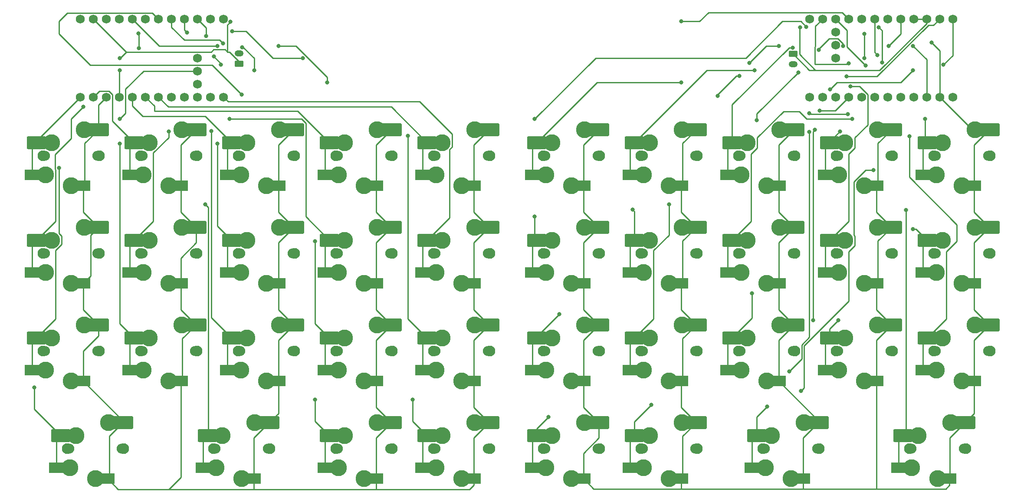
<source format=gbr>
%TF.GenerationSoftware,KiCad,Pcbnew,7.0.6*%
%TF.CreationDate,2023-11-09T09:41:23-05:00*%
%TF.ProjectId,split38,73706c69-7433-4382-9e6b-696361645f70,rev?*%
%TF.SameCoordinates,Original*%
%TF.FileFunction,Copper,L2,Bot*%
%TF.FilePolarity,Positive*%
%FSLAX46Y46*%
G04 Gerber Fmt 4.6, Leading zero omitted, Abs format (unit mm)*
G04 Created by KiCad (PCBNEW 7.0.6) date 2023-11-09 09:41:23*
%MOMM*%
%LPD*%
G01*
G04 APERTURE LIST*
G04 Aperture macros list*
%AMRoundRect*
0 Rectangle with rounded corners*
0 $1 Rounding radius*
0 $2 $3 $4 $5 $6 $7 $8 $9 X,Y pos of 4 corners*
0 Add a 4 corners polygon primitive as box body*
4,1,4,$2,$3,$4,$5,$6,$7,$8,$9,$2,$3,0*
0 Add four circle primitives for the rounded corners*
1,1,$1+$1,$2,$3*
1,1,$1+$1,$4,$5*
1,1,$1+$1,$6,$7*
1,1,$1+$1,$8,$9*
0 Add four rect primitives between the rounded corners*
20,1,$1+$1,$2,$3,$4,$5,0*
20,1,$1+$1,$4,$5,$6,$7,0*
20,1,$1+$1,$6,$7,$8,$9,0*
20,1,$1+$1,$8,$9,$2,$3,0*%
G04 Aperture macros list end*
%TA.AperFunction,ComponentPad*%
%ADD10RoundRect,0.250000X0.625000X-0.350000X0.625000X0.350000X-0.625000X0.350000X-0.625000X-0.350000X0*%
%TD*%
%TA.AperFunction,ComponentPad*%
%ADD11O,1.750000X1.200000*%
%TD*%
%TA.AperFunction,ComponentPad*%
%ADD12C,1.752600*%
%TD*%
%TA.AperFunction,ComponentPad*%
%ADD13RoundRect,0.250000X-0.625000X0.350000X-0.625000X-0.350000X0.625000X-0.350000X0.625000X0.350000X0*%
%TD*%
%TA.AperFunction,WasherPad*%
%ADD14C,2.100000*%
%TD*%
%TA.AperFunction,WasherPad*%
%ADD15C,1.900000*%
%TD*%
%TA.AperFunction,ComponentPad*%
%ADD16C,3.000000*%
%TD*%
%TA.AperFunction,ComponentPad*%
%ADD17C,3.300000*%
%TD*%
%TA.AperFunction,SMDPad,CuDef*%
%ADD18RoundRect,0.250000X1.654500X1.000000X-1.654500X1.000000X-1.654500X-1.000000X1.654500X-1.000000X0*%
%TD*%
%TA.AperFunction,SMDPad,CuDef*%
%ADD19R,3.004000X2.000000*%
%TD*%
%TA.AperFunction,SMDPad,CuDef*%
%ADD20RoundRect,0.250000X1.784500X1.000000X-1.784500X1.000000X-1.784500X-1.000000X1.784500X-1.000000X0*%
%TD*%
%TA.AperFunction,SMDPad,CuDef*%
%ADD21R,2.684000X2.000000*%
%TD*%
%TA.AperFunction,ViaPad*%
%ADD22C,0.800000*%
%TD*%
%TA.AperFunction,Conductor*%
%ADD23C,0.250000*%
%TD*%
G04 APERTURE END LIST*
D10*
%TO.P,J1,1,Pin_1*%
%TO.N,GND*%
X66144889Y-39199187D03*
D11*
%TO.P,J1,2,Pin_2*%
%TO.N,Net-(J1-Pin_2)*%
X66144889Y-37199187D03*
%TD*%
D12*
%TO.P,U1,1,TX0/P0.06*%
%TO.N,/U1.P0.06*%
X35163100Y-45720000D03*
%TO.P,U1,2,RX1/P0.08*%
%TO.N,/U1.P0.08*%
X37703100Y-45720000D03*
%TO.P,U1,3,GND*%
%TO.N,GND*%
X40243100Y-45720000D03*
%TO.P,U1,4,GND*%
X42783100Y-45720000D03*
%TO.P,U1,5,P0.17*%
%TO.N,/U1.P0.17*%
X45323100Y-45720000D03*
%TO.P,U1,6,P0.20*%
%TO.N,/U1.P0.20*%
X47863100Y-45720000D03*
%TO.P,U1,7,P0.22*%
%TO.N,/U1.P0.22*%
X50403100Y-45720000D03*
%TO.P,U1,8,P0.24*%
%TO.N,/U1.P0.24*%
X52943100Y-45720000D03*
%TO.P,U1,9,P1.00*%
%TO.N,/U1.P1.00*%
X55483100Y-45720000D03*
%TO.P,U1,10,P0.11*%
%TO.N,/U1.P0.11*%
X58023100Y-45720000D03*
%TO.P,U1,11,P1.04*%
%TO.N,/U1.P1.04*%
X60563100Y-45720000D03*
%TO.P,U1,12,P1.06*%
%TO.N,/U1.P1.06*%
X63103100Y-45720000D03*
%TO.P,U1,13,NFC1/P0.09*%
%TO.N,/U1.P0.09*%
X63103100Y-30480000D03*
%TO.P,U1,14,NFC2/P0.10*%
%TO.N,/U1.P0.10*%
X60563100Y-30480000D03*
%TO.P,U1,15,P1.11*%
%TO.N,/U1.P1.11*%
X58023100Y-30480000D03*
%TO.P,U1,16,P1.13*%
%TO.N,/U1.P1.13*%
X55483100Y-30480000D03*
%TO.P,U1,17,P1.15*%
%TO.N,/U1.P1.15*%
X52943100Y-30480000D03*
%TO.P,U1,18,AIN0/P0.02*%
%TO.N,/U1.P0.02*%
X50403100Y-30480000D03*
%TO.P,U1,19,AIN5/P0.29*%
%TO.N,/U1.P0.29*%
X47863100Y-30480000D03*
%TO.P,U1,20,AIN7/P0.31*%
%TO.N,/U1.P0.31*%
X45323100Y-30480000D03*
%TO.P,U1,21,VCC*%
%TO.N,unconnected-(U1-VCC-Pad21)*%
X42783100Y-30480000D03*
%TO.P,U1,22,RST*%
%TO.N,/RST1*%
X40243100Y-30480000D03*
%TO.P,U1,23,GND*%
%TO.N,GND*%
X37703100Y-30480000D03*
%TO.P,U1,24,BATIN/P0.04*%
%TO.N,/BATIN1*%
X35163100Y-30480000D03*
%TO.P,U1,31,P1.01*%
%TO.N,/U1.P1.01*%
X58023100Y-43180000D03*
%TO.P,U1,32,P1.02*%
%TO.N,/U1.P1.02*%
X58023100Y-40640000D03*
%TO.P,U1,33,P1.07*%
%TO.N,/U1.P1.07*%
X58023100Y-38100000D03*
%TD*%
D13*
%TO.P,J2,1,Pin_1*%
%TO.N,GND*%
X174224415Y-37286478D03*
D11*
%TO.P,J2,2,Pin_2*%
%TO.N,Net-(J2-Pin_2)*%
X174224415Y-39286478D03*
%TD*%
D12*
%TO.P,U2,1,TX0/P0.06*%
%TO.N,/U2.P0.06*%
X205373001Y-30463274D03*
%TO.P,U2,2,RX1/P0.08*%
%TO.N,/U2.P0.08*%
X202833001Y-30463274D03*
%TO.P,U2,3,GND*%
%TO.N,GND*%
X200293001Y-30463274D03*
%TO.P,U2,4,GND*%
X197753001Y-30463274D03*
%TO.P,U2,5,P0.17*%
%TO.N,/U2.P0.17*%
X195213001Y-30463274D03*
%TO.P,U2,6,P0.20*%
%TO.N,/U2.P0.20*%
X192673001Y-30463274D03*
%TO.P,U2,7,P0.22*%
%TO.N,/U2.P0.22*%
X190133001Y-30463274D03*
%TO.P,U2,8,P0.24*%
%TO.N,/U2.P0.24*%
X187593001Y-30463274D03*
%TO.P,U2,9,P1.00*%
%TO.N,/U2.P1.00*%
X185053001Y-30463274D03*
%TO.P,U2,10,P0.11*%
%TO.N,/U2.P0.11*%
X182513001Y-30463274D03*
%TO.P,U2,11,P1.04*%
%TO.N,/U2.P1.04*%
X179973001Y-30463274D03*
%TO.P,U2,12,P1.06*%
%TO.N,/U2.P1.06*%
X177433001Y-30463274D03*
%TO.P,U2,13,NFC1/P0.09*%
%TO.N,/U2.P0.09*%
X177433001Y-45703274D03*
%TO.P,U2,14,NFC2/P0.10*%
%TO.N,/U2.P0.10*%
X179973001Y-45703274D03*
%TO.P,U2,15,P1.11*%
%TO.N,/U2.P1.11*%
X182513001Y-45703274D03*
%TO.P,U2,16,P1.13*%
%TO.N,/U2.P1.13*%
X185053001Y-45703274D03*
%TO.P,U2,17,P1.15*%
%TO.N,/U2.P1.15*%
X187593001Y-45703274D03*
%TO.P,U2,18,AIN0/P0.02*%
%TO.N,/U2.P0.02*%
X190133001Y-45703274D03*
%TO.P,U2,19,AIN5/P0.29*%
%TO.N,/U2.P0.29*%
X192673001Y-45703274D03*
%TO.P,U2,20,AIN7/P0.31*%
%TO.N,/U2.P0.31*%
X195213001Y-45703274D03*
%TO.P,U2,21,VCC*%
%TO.N,unconnected-(U2-VCC-Pad21)*%
X197753001Y-45703274D03*
%TO.P,U2,22,RST*%
%TO.N,/RST2*%
X200293001Y-45703274D03*
%TO.P,U2,23,GND*%
%TO.N,GND*%
X202833001Y-45703274D03*
%TO.P,U2,24,BATIN/P0.04*%
%TO.N,/BATIN2*%
X205373001Y-45703274D03*
%TO.P,U2,31,P1.01*%
%TO.N,/U2.P1.01*%
X182513001Y-33003274D03*
%TO.P,U2,32,P1.02*%
%TO.N,/U2.P1.02*%
X182513001Y-35543274D03*
%TO.P,U2,33,P1.07*%
%TO.N,/U2.P1.07*%
X182513001Y-38083274D03*
%TD*%
D14*
%TO.P,MX14,*%
%TO.N,*%
X95987500Y-95250000D03*
X95987500Y-95250000D03*
D15*
X95567500Y-95250000D03*
X95567500Y-95250000D03*
D16*
X90487500Y-101150000D03*
D17*
X90487500Y-101150000D03*
D16*
X85487500Y-98950000D03*
D17*
X85487500Y-98950000D03*
D15*
X85407500Y-95250000D03*
X85407500Y-95250000D03*
D14*
X84987500Y-95250000D03*
X84987500Y-95250000D03*
D17*
%TO.P,MX14,1,1*%
%TO.N,/U1.P0.31*%
X86677500Y-92710000D03*
D18*
X83757000Y-92710000D03*
D19*
X82889500Y-98950000D03*
D20*
%TO.P,MX14,2,2*%
%TO.N,GND*%
X95824000Y-90170000D03*
D17*
X93027500Y-90170000D03*
D21*
X92845500Y-101150000D03*
%TD*%
D14*
%TO.P,MX30,*%
%TO.N,*%
X212668800Y-76200000D03*
X212668800Y-76200000D03*
D15*
X212248800Y-76200000D03*
X212248800Y-76200000D03*
D16*
X207168800Y-82100000D03*
D17*
X207168800Y-82100000D03*
D16*
X202168800Y-79900000D03*
D17*
X202168800Y-79900000D03*
D15*
X202088800Y-76200000D03*
X202088800Y-76200000D03*
D14*
X201668800Y-76200000D03*
X201668800Y-76200000D03*
D17*
%TO.P,MX30,1,1*%
%TO.N,/U2.P1.06*%
X203358800Y-73660000D03*
D18*
X200438300Y-73660000D03*
D19*
X199570800Y-79900000D03*
D20*
%TO.P,MX30,2,2*%
%TO.N,GND*%
X212505300Y-71120000D03*
D17*
X209708800Y-71120000D03*
D21*
X209526800Y-82100000D03*
%TD*%
D14*
%TO.P,MX13,*%
%TO.N,*%
X76937500Y-95250000D03*
X76937500Y-95250000D03*
D15*
X76517500Y-95250000D03*
X76517500Y-95250000D03*
D16*
X71437500Y-101150000D03*
D17*
X71437500Y-101150000D03*
D16*
X66437500Y-98950000D03*
D17*
X66437500Y-98950000D03*
D15*
X66357500Y-95250000D03*
X66357500Y-95250000D03*
D14*
X65937500Y-95250000D03*
X65937500Y-95250000D03*
D17*
%TO.P,MX13,1,1*%
%TO.N,/U1.P1.07*%
X67627500Y-92710000D03*
D18*
X64707000Y-92710000D03*
D19*
X63839500Y-98950000D03*
D20*
%TO.P,MX13,2,2*%
%TO.N,GND*%
X76774000Y-90170000D03*
D17*
X73977500Y-90170000D03*
D21*
X73795500Y-101150000D03*
%TD*%
D14*
%TO.P,MX1,*%
%TO.N,*%
X38837500Y-57150000D03*
X38837500Y-57150000D03*
D15*
X38417500Y-57150000D03*
X38417500Y-57150000D03*
D16*
X33337500Y-63050000D03*
D17*
X33337500Y-63050000D03*
D16*
X28337500Y-60850000D03*
D17*
X28337500Y-60850000D03*
D15*
X28257500Y-57150000D03*
X28257500Y-57150000D03*
D14*
X27837500Y-57150000D03*
X27837500Y-57150000D03*
D17*
%TO.P,MX1,1,1*%
%TO.N,/U1.P0.06*%
X29527500Y-54610000D03*
D18*
X26607000Y-54610000D03*
D19*
X25739500Y-60850000D03*
D20*
%TO.P,MX1,2,2*%
%TO.N,GND*%
X38674000Y-52070000D03*
D17*
X35877500Y-52070000D03*
D21*
X35695500Y-63050000D03*
%TD*%
D14*
%TO.P,MX12,*%
%TO.N,*%
X57887500Y-95250000D03*
X57887500Y-95250000D03*
D15*
X57467500Y-95250000D03*
X57467500Y-95250000D03*
D16*
X52387500Y-101150000D03*
D17*
X52387500Y-101150000D03*
D16*
X47387500Y-98950000D03*
D17*
X47387500Y-98950000D03*
D15*
X47307500Y-95250000D03*
X47307500Y-95250000D03*
D14*
X46887500Y-95250000D03*
X46887500Y-95250000D03*
D17*
%TO.P,MX12,1,1*%
%TO.N,/U1.P1.02*%
X48577500Y-92710000D03*
D18*
X45657000Y-92710000D03*
D19*
X44789500Y-98950000D03*
D20*
%TO.P,MX12,2,2*%
%TO.N,GND*%
X57724000Y-90170000D03*
D17*
X54927500Y-90170000D03*
D21*
X54745500Y-101150000D03*
%TD*%
D14*
%TO.P,MX21,*%
%TO.N,*%
X136468800Y-57150000D03*
X136468800Y-57150000D03*
D15*
X136048800Y-57150000D03*
X136048800Y-57150000D03*
D16*
X130968800Y-63050000D03*
D17*
X130968800Y-63050000D03*
D16*
X125968800Y-60850000D03*
D17*
X125968800Y-60850000D03*
D15*
X125888800Y-57150000D03*
X125888800Y-57150000D03*
D14*
X125468800Y-57150000D03*
X125468800Y-57150000D03*
D17*
%TO.P,MX21,1,1*%
%TO.N,/U2.P0.06*%
X127158800Y-54610000D03*
D18*
X124238300Y-54610000D03*
D19*
X123370800Y-60850000D03*
D20*
%TO.P,MX21,2,2*%
%TO.N,GND*%
X136305300Y-52070000D03*
D17*
X133508800Y-52070000D03*
D21*
X133326800Y-63050000D03*
%TD*%
D14*
%TO.P,MX7,*%
%TO.N,*%
X57887500Y-76200000D03*
X57887500Y-76200000D03*
D15*
X57467500Y-76200000D03*
X57467500Y-76200000D03*
D16*
X52387500Y-82100000D03*
D17*
X52387500Y-82100000D03*
D16*
X47387500Y-79900000D03*
D17*
X47387500Y-79900000D03*
D15*
X47307500Y-76200000D03*
X47307500Y-76200000D03*
D14*
X46887500Y-76200000D03*
X46887500Y-76200000D03*
D17*
%TO.P,MX7,1,1*%
%TO.N,/U1.P1.00*%
X48577500Y-73660000D03*
D18*
X45657000Y-73660000D03*
D19*
X44789500Y-79900000D03*
D20*
%TO.P,MX7,2,2*%
%TO.N,GND*%
X57724000Y-71120000D03*
D17*
X54927500Y-71120000D03*
D21*
X54745500Y-82100000D03*
%TD*%
D14*
%TO.P,MX16,*%
%TO.N,*%
X95987500Y-114300000D03*
X95987500Y-114300000D03*
D15*
X95567500Y-114300000D03*
X95567500Y-114300000D03*
D16*
X90487500Y-120200000D03*
D17*
X90487500Y-120200000D03*
D16*
X85487500Y-118000000D03*
D17*
X85487500Y-118000000D03*
D15*
X85407500Y-114300000D03*
X85407500Y-114300000D03*
D14*
X84987500Y-114300000D03*
X84987500Y-114300000D03*
D17*
%TO.P,MX16,1,1*%
%TO.N,/U1.P0.02*%
X86677500Y-111760000D03*
D18*
X83757000Y-111760000D03*
D19*
X82889500Y-118000000D03*
D20*
%TO.P,MX16,2,2*%
%TO.N,GND*%
X95824000Y-109220000D03*
D17*
X93027500Y-109220000D03*
D21*
X92845500Y-120200000D03*
%TD*%
D14*
%TO.P,MX38,*%
%TO.N,*%
X179331300Y-114300000D03*
X179331300Y-114300000D03*
D15*
X178911300Y-114300000D03*
X178911300Y-114300000D03*
D16*
X173831300Y-120200000D03*
D17*
X173831300Y-120200000D03*
D16*
X168831300Y-118000000D03*
D17*
X168831300Y-118000000D03*
D15*
X168751300Y-114300000D03*
X168751300Y-114300000D03*
D14*
X168331300Y-114300000D03*
X168331300Y-114300000D03*
D17*
%TO.P,MX38,1,1*%
%TO.N,/U2.P1.13*%
X170021300Y-111760000D03*
D18*
X167100800Y-111760000D03*
D19*
X166233300Y-118000000D03*
D20*
%TO.P,MX38,2,2*%
%TO.N,GND*%
X179167800Y-109220000D03*
D17*
X176371300Y-109220000D03*
D21*
X176189300Y-120200000D03*
%TD*%
D14*
%TO.P,MX22,*%
%TO.N,*%
X155518800Y-57150000D03*
X155518800Y-57150000D03*
D15*
X155098800Y-57150000D03*
X155098800Y-57150000D03*
D16*
X150018800Y-63050000D03*
D17*
X150018800Y-63050000D03*
D16*
X145018800Y-60850000D03*
D17*
X145018800Y-60850000D03*
D15*
X144938800Y-57150000D03*
X144938800Y-57150000D03*
D14*
X144518800Y-57150000D03*
X144518800Y-57150000D03*
D17*
%TO.P,MX22,1,1*%
%TO.N,/U2.P0.08*%
X146208800Y-54610000D03*
D18*
X143288300Y-54610000D03*
D19*
X142420800Y-60850000D03*
D20*
%TO.P,MX22,2,2*%
%TO.N,GND*%
X155355300Y-52070000D03*
D17*
X152558800Y-52070000D03*
D21*
X152376800Y-63050000D03*
%TD*%
D14*
%TO.P,MX19,*%
%TO.N,*%
X72175000Y-114300000D03*
X72175000Y-114300000D03*
D15*
X71755000Y-114300000D03*
X71755000Y-114300000D03*
D16*
X66675000Y-120200000D03*
D17*
X66675000Y-120200000D03*
D16*
X61675000Y-118000000D03*
D17*
X61675000Y-118000000D03*
D15*
X61595000Y-114300000D03*
X61595000Y-114300000D03*
D14*
X61175000Y-114300000D03*
X61175000Y-114300000D03*
D17*
%TO.P,MX19,1,1*%
%TO.N,/U1.P1.11*%
X62865000Y-111760000D03*
D18*
X59944500Y-111760000D03*
D19*
X59077000Y-118000000D03*
D20*
%TO.P,MX19,2,2*%
%TO.N,GND*%
X72011500Y-109220000D03*
D17*
X69215000Y-109220000D03*
D21*
X69033000Y-120200000D03*
%TD*%
D14*
%TO.P,MX28,*%
%TO.N,*%
X174568800Y-76200000D03*
X174568800Y-76200000D03*
D15*
X174148800Y-76200000D03*
X174148800Y-76200000D03*
D16*
X169068800Y-82100000D03*
D17*
X169068800Y-82100000D03*
D16*
X164068800Y-79900000D03*
D17*
X164068800Y-79900000D03*
D15*
X163988800Y-76200000D03*
X163988800Y-76200000D03*
D14*
X163568800Y-76200000D03*
X163568800Y-76200000D03*
D17*
%TO.P,MX28,1,1*%
%TO.N,/U2.P0.11*%
X165258800Y-73660000D03*
D18*
X162338300Y-73660000D03*
D19*
X161470800Y-79900000D03*
D20*
%TO.P,MX28,2,2*%
%TO.N,GND*%
X174405300Y-71120000D03*
D17*
X171608800Y-71120000D03*
D21*
X171426800Y-82100000D03*
%TD*%
D14*
%TO.P,MX33,*%
%TO.N,*%
X174568800Y-95250000D03*
X174568800Y-95250000D03*
D15*
X174148800Y-95250000D03*
X174148800Y-95250000D03*
D16*
X169068800Y-101150000D03*
D17*
X169068800Y-101150000D03*
D16*
X164068800Y-98950000D03*
D17*
X164068800Y-98950000D03*
D15*
X163988800Y-95250000D03*
X163988800Y-95250000D03*
D14*
X163568800Y-95250000D03*
X163568800Y-95250000D03*
D17*
%TO.P,MX33,1,1*%
%TO.N,/U2.P1.07*%
X165258800Y-92710000D03*
D18*
X162338300Y-92710000D03*
D19*
X161470800Y-98950000D03*
D20*
%TO.P,MX33,2,2*%
%TO.N,GND*%
X174405300Y-90170000D03*
D17*
X171608800Y-90170000D03*
D21*
X171426800Y-101150000D03*
%TD*%
D14*
%TO.P,MX9,*%
%TO.N,*%
X95987500Y-76200000D03*
X95987500Y-76200000D03*
D15*
X95567500Y-76200000D03*
X95567500Y-76200000D03*
D16*
X90487500Y-82100000D03*
D17*
X90487500Y-82100000D03*
D16*
X85487500Y-79900000D03*
D17*
X85487500Y-79900000D03*
D15*
X85407500Y-76200000D03*
X85407500Y-76200000D03*
D14*
X84987500Y-76200000D03*
X84987500Y-76200000D03*
D17*
%TO.P,MX9,1,1*%
%TO.N,/U1.P1.04*%
X86677500Y-73660000D03*
D18*
X83757000Y-73660000D03*
D19*
X82889500Y-79900000D03*
D20*
%TO.P,MX9,2,2*%
%TO.N,GND*%
X95824000Y-71120000D03*
D17*
X93027500Y-71120000D03*
D21*
X92845500Y-82100000D03*
%TD*%
D14*
%TO.P,MX17,*%
%TO.N,*%
X115037500Y-114300000D03*
X115037500Y-114300000D03*
D15*
X114617500Y-114300000D03*
X114617500Y-114300000D03*
D16*
X109537500Y-120200000D03*
D17*
X109537500Y-120200000D03*
D16*
X104537500Y-118000000D03*
D17*
X104537500Y-118000000D03*
D15*
X104457500Y-114300000D03*
X104457500Y-114300000D03*
D14*
X104037500Y-114300000D03*
X104037500Y-114300000D03*
D17*
%TO.P,MX17,1,1*%
%TO.N,/U1.P1.15*%
X105727500Y-111760000D03*
D18*
X102807000Y-111760000D03*
D19*
X101939500Y-118000000D03*
D20*
%TO.P,MX17,2,2*%
%TO.N,GND*%
X114874000Y-109220000D03*
D17*
X112077500Y-109220000D03*
D21*
X111895500Y-120200000D03*
%TD*%
D14*
%TO.P,MX27,*%
%TO.N,*%
X155518800Y-76200000D03*
X155518800Y-76200000D03*
D15*
X155098800Y-76200000D03*
X155098800Y-76200000D03*
D16*
X150018800Y-82100000D03*
D17*
X150018800Y-82100000D03*
D16*
X145018800Y-79900000D03*
D17*
X145018800Y-79900000D03*
D15*
X144938800Y-76200000D03*
X144938800Y-76200000D03*
D14*
X144518800Y-76200000D03*
X144518800Y-76200000D03*
D17*
%TO.P,MX27,1,1*%
%TO.N,/U2.P1.00*%
X146208800Y-73660000D03*
D18*
X143288300Y-73660000D03*
D19*
X142420800Y-79900000D03*
D20*
%TO.P,MX27,2,2*%
%TO.N,GND*%
X155355300Y-71120000D03*
D17*
X152558800Y-71120000D03*
D21*
X152376800Y-82100000D03*
%TD*%
D14*
%TO.P,MX3,*%
%TO.N,*%
X76937500Y-57150000D03*
X76937500Y-57150000D03*
D15*
X76517500Y-57150000D03*
X76517500Y-57150000D03*
D16*
X71437500Y-63050000D03*
D17*
X71437500Y-63050000D03*
D16*
X66437500Y-60850000D03*
D17*
X66437500Y-60850000D03*
D15*
X66357500Y-57150000D03*
X66357500Y-57150000D03*
D14*
X65937500Y-57150000D03*
X65937500Y-57150000D03*
D17*
%TO.P,MX3,1,1*%
%TO.N,/U1.P0.17*%
X67627500Y-54610000D03*
D18*
X64707000Y-54610000D03*
D19*
X63839500Y-60850000D03*
D20*
%TO.P,MX3,2,2*%
%TO.N,GND*%
X76774000Y-52070000D03*
D17*
X73977500Y-52070000D03*
D21*
X73795500Y-63050000D03*
%TD*%
D14*
%TO.P,MX26,*%
%TO.N,*%
X136468800Y-76200000D03*
X136468800Y-76200000D03*
D15*
X136048800Y-76200000D03*
X136048800Y-76200000D03*
D16*
X130968800Y-82100000D03*
D17*
X130968800Y-82100000D03*
D16*
X125968800Y-79900000D03*
D17*
X125968800Y-79900000D03*
D15*
X125888800Y-76200000D03*
X125888800Y-76200000D03*
D14*
X125468800Y-76200000D03*
X125468800Y-76200000D03*
D17*
%TO.P,MX26,1,1*%
%TO.N,/U2.P0.24*%
X127158800Y-73660000D03*
D18*
X124238300Y-73660000D03*
D19*
X123370800Y-79900000D03*
D20*
%TO.P,MX26,2,2*%
%TO.N,GND*%
X136305300Y-71120000D03*
D17*
X133508800Y-71120000D03*
D21*
X133326800Y-82100000D03*
%TD*%
D14*
%TO.P,MX36,*%
%TO.N,*%
X136468800Y-114300000D03*
X136468800Y-114300000D03*
D15*
X136048800Y-114300000D03*
X136048800Y-114300000D03*
D16*
X130968800Y-120200000D03*
D17*
X130968800Y-120200000D03*
D16*
X125968800Y-118000000D03*
D17*
X125968800Y-118000000D03*
D15*
X125888800Y-114300000D03*
X125888800Y-114300000D03*
D14*
X125468800Y-114300000D03*
X125468800Y-114300000D03*
D17*
%TO.P,MX36,1,1*%
%TO.N,/U2.P0.02*%
X127158800Y-111760000D03*
D18*
X124238300Y-111760000D03*
D19*
X123370800Y-118000000D03*
D20*
%TO.P,MX36,2,2*%
%TO.N,GND*%
X136305300Y-109220000D03*
D17*
X133508800Y-109220000D03*
D21*
X133326800Y-120200000D03*
%TD*%
D14*
%TO.P,MX34,*%
%TO.N,*%
X193618800Y-95250000D03*
X193618800Y-95250000D03*
D15*
X193198800Y-95250000D03*
X193198800Y-95250000D03*
D16*
X188118800Y-101150000D03*
D17*
X188118800Y-101150000D03*
D16*
X183118800Y-98950000D03*
D17*
X183118800Y-98950000D03*
D15*
X183038800Y-95250000D03*
X183038800Y-95250000D03*
D14*
X182618800Y-95250000D03*
X182618800Y-95250000D03*
D17*
%TO.P,MX34,1,1*%
%TO.N,/U2.P0.31*%
X184308800Y-92710000D03*
D18*
X181388300Y-92710000D03*
D19*
X180520800Y-98950000D03*
D20*
%TO.P,MX34,2,2*%
%TO.N,GND*%
X193455300Y-90170000D03*
D17*
X190658800Y-90170000D03*
D21*
X190476800Y-101150000D03*
%TD*%
D14*
%TO.P,MX39,*%
%TO.N,*%
X207906300Y-114300000D03*
X207906300Y-114300000D03*
D15*
X207486300Y-114300000D03*
X207486300Y-114300000D03*
D16*
X202406300Y-120200000D03*
D17*
X202406300Y-120200000D03*
D16*
X197406300Y-118000000D03*
D17*
X197406300Y-118000000D03*
D15*
X197326300Y-114300000D03*
X197326300Y-114300000D03*
D14*
X196906300Y-114300000D03*
X196906300Y-114300000D03*
D17*
%TO.P,MX39,1,1*%
%TO.N,/U2.P1.11*%
X198596300Y-111760000D03*
D18*
X195675800Y-111760000D03*
D19*
X194808300Y-118000000D03*
D20*
%TO.P,MX39,2,2*%
%TO.N,GND*%
X207742800Y-109220000D03*
D17*
X204946300Y-109220000D03*
D21*
X204764300Y-120200000D03*
%TD*%
D14*
%TO.P,MX25,*%
%TO.N,*%
X212668800Y-57150000D03*
X212668800Y-57150000D03*
D15*
X212248800Y-57150000D03*
X212248800Y-57150000D03*
D16*
X207168800Y-63050000D03*
D17*
X207168800Y-63050000D03*
D16*
X202168800Y-60850000D03*
D17*
X202168800Y-60850000D03*
D15*
X202088800Y-57150000D03*
X202088800Y-57150000D03*
D14*
X201668800Y-57150000D03*
X201668800Y-57150000D03*
D17*
%TO.P,MX25,1,1*%
%TO.N,/U2.P0.22*%
X203358800Y-54610000D03*
D18*
X200438300Y-54610000D03*
D19*
X199570800Y-60850000D03*
D20*
%TO.P,MX25,2,2*%
%TO.N,GND*%
X212505300Y-52070000D03*
D17*
X209708800Y-52070000D03*
D21*
X209526800Y-63050000D03*
%TD*%
D14*
%TO.P,MX8,*%
%TO.N,*%
X76937500Y-76200000D03*
X76937500Y-76200000D03*
D15*
X76517500Y-76200000D03*
X76517500Y-76200000D03*
D16*
X71437500Y-82100000D03*
D17*
X71437500Y-82100000D03*
D16*
X66437500Y-79900000D03*
D17*
X66437500Y-79900000D03*
D15*
X66357500Y-76200000D03*
X66357500Y-76200000D03*
D14*
X65937500Y-76200000D03*
X65937500Y-76200000D03*
D17*
%TO.P,MX8,1,1*%
%TO.N,/U1.P0.11*%
X67627500Y-73660000D03*
D18*
X64707000Y-73660000D03*
D19*
X63839500Y-79900000D03*
D20*
%TO.P,MX8,2,2*%
%TO.N,GND*%
X76774000Y-71120000D03*
D17*
X73977500Y-71120000D03*
D21*
X73795500Y-82100000D03*
%TD*%
D14*
%TO.P,MX5,*%
%TO.N,*%
X115037500Y-57150000D03*
X115037500Y-57150000D03*
D15*
X114617500Y-57150000D03*
X114617500Y-57150000D03*
D16*
X109537500Y-63050000D03*
D17*
X109537500Y-63050000D03*
D16*
X104537500Y-60850000D03*
D17*
X104537500Y-60850000D03*
D15*
X104457500Y-57150000D03*
X104457500Y-57150000D03*
D14*
X104037500Y-57150000D03*
X104037500Y-57150000D03*
D17*
%TO.P,MX5,1,1*%
%TO.N,/U1.P0.22*%
X105727500Y-54610000D03*
D18*
X102807000Y-54610000D03*
D19*
X101939500Y-60850000D03*
D20*
%TO.P,MX5,2,2*%
%TO.N,GND*%
X114874000Y-52070000D03*
D17*
X112077500Y-52070000D03*
D21*
X111895500Y-63050000D03*
%TD*%
D14*
%TO.P,MX6,*%
%TO.N,*%
X38837500Y-76200000D03*
X38837500Y-76200000D03*
D15*
X38417500Y-76200000D03*
X38417500Y-76200000D03*
D16*
X33337500Y-82100000D03*
D17*
X33337500Y-82100000D03*
D16*
X28337500Y-79900000D03*
D17*
X28337500Y-79900000D03*
D15*
X28257500Y-76200000D03*
X28257500Y-76200000D03*
D14*
X27837500Y-76200000D03*
X27837500Y-76200000D03*
D17*
%TO.P,MX6,1,1*%
%TO.N,/U1.P0.24*%
X29527500Y-73660000D03*
D18*
X26607000Y-73660000D03*
D19*
X25739500Y-79900000D03*
D20*
%TO.P,MX6,2,2*%
%TO.N,GND*%
X38674000Y-71120000D03*
D17*
X35877500Y-71120000D03*
D21*
X35695500Y-82100000D03*
%TD*%
D14*
%TO.P,MX4,*%
%TO.N,*%
X95987500Y-57150000D03*
X95987500Y-57150000D03*
D15*
X95567500Y-57150000D03*
X95567500Y-57150000D03*
D16*
X90487500Y-63050000D03*
D17*
X90487500Y-63050000D03*
D16*
X85487500Y-60850000D03*
D17*
X85487500Y-60850000D03*
D15*
X85407500Y-57150000D03*
X85407500Y-57150000D03*
D14*
X84987500Y-57150000D03*
X84987500Y-57150000D03*
D17*
%TO.P,MX4,1,1*%
%TO.N,/U1.P0.20*%
X86677500Y-54610000D03*
D18*
X83757000Y-54610000D03*
D19*
X82889500Y-60850000D03*
D20*
%TO.P,MX4,2,2*%
%TO.N,GND*%
X95824000Y-52070000D03*
D17*
X93027500Y-52070000D03*
D21*
X92845500Y-63050000D03*
%TD*%
D14*
%TO.P,MX35,*%
%TO.N,*%
X212668800Y-95250000D03*
X212668800Y-95250000D03*
D15*
X212248800Y-95250000D03*
X212248800Y-95250000D03*
D16*
X207168800Y-101150000D03*
D17*
X207168800Y-101150000D03*
D16*
X202168800Y-98950000D03*
D17*
X202168800Y-98950000D03*
D15*
X202088800Y-95250000D03*
X202088800Y-95250000D03*
D14*
X201668800Y-95250000D03*
X201668800Y-95250000D03*
D17*
%TO.P,MX35,1,1*%
%TO.N,/U2.P0.29*%
X203358800Y-92710000D03*
D18*
X200438300Y-92710000D03*
D19*
X199570800Y-98950000D03*
D20*
%TO.P,MX35,2,2*%
%TO.N,GND*%
X212505300Y-90170000D03*
D17*
X209708800Y-90170000D03*
D21*
X209526800Y-101150000D03*
%TD*%
D14*
%TO.P,MX2,*%
%TO.N,*%
X57887500Y-57150000D03*
X57887500Y-57150000D03*
D15*
X57467500Y-57150000D03*
X57467500Y-57150000D03*
D16*
X52387500Y-63050000D03*
D17*
X52387500Y-63050000D03*
D16*
X47387500Y-60850000D03*
D17*
X47387500Y-60850000D03*
D15*
X47307500Y-57150000D03*
X47307500Y-57150000D03*
D14*
X46887500Y-57150000D03*
X46887500Y-57150000D03*
D17*
%TO.P,MX2,1,1*%
%TO.N,/U1.P0.08*%
X48577500Y-54610000D03*
D18*
X45657000Y-54610000D03*
D19*
X44789500Y-60850000D03*
D20*
%TO.P,MX2,2,2*%
%TO.N,GND*%
X57724000Y-52070000D03*
D17*
X54927500Y-52070000D03*
D21*
X54745500Y-63050000D03*
%TD*%
D14*
%TO.P,MX23,*%
%TO.N,*%
X174568800Y-57150000D03*
X174568800Y-57150000D03*
D15*
X174148800Y-57150000D03*
X174148800Y-57150000D03*
D16*
X169068800Y-63050000D03*
D17*
X169068800Y-63050000D03*
D16*
X164068800Y-60850000D03*
D17*
X164068800Y-60850000D03*
D15*
X163988800Y-57150000D03*
X163988800Y-57150000D03*
D14*
X163568800Y-57150000D03*
X163568800Y-57150000D03*
D17*
%TO.P,MX23,1,1*%
%TO.N,/U2.P0.17*%
X165258800Y-54610000D03*
D18*
X162338300Y-54610000D03*
D19*
X161470800Y-60850000D03*
D20*
%TO.P,MX23,2,2*%
%TO.N,GND*%
X174405300Y-52070000D03*
D17*
X171608800Y-52070000D03*
D21*
X171426800Y-63050000D03*
%TD*%
D14*
%TO.P,MX31,*%
%TO.N,*%
X136468800Y-95250000D03*
X136468800Y-95250000D03*
D15*
X136048800Y-95250000D03*
X136048800Y-95250000D03*
D16*
X130968800Y-101150000D03*
D17*
X130968800Y-101150000D03*
D16*
X125968800Y-98950000D03*
D17*
X125968800Y-98950000D03*
D15*
X125888800Y-95250000D03*
X125888800Y-95250000D03*
D14*
X125468800Y-95250000D03*
X125468800Y-95250000D03*
D17*
%TO.P,MX31,1,1*%
%TO.N,/U2.P1.01*%
X127158800Y-92710000D03*
D18*
X124238300Y-92710000D03*
D19*
X123370800Y-98950000D03*
D20*
%TO.P,MX31,2,2*%
%TO.N,GND*%
X136305300Y-90170000D03*
D17*
X133508800Y-90170000D03*
D21*
X133326800Y-101150000D03*
%TD*%
D14*
%TO.P,MX32,*%
%TO.N,*%
X155518800Y-95250000D03*
X155518800Y-95250000D03*
D15*
X155098800Y-95250000D03*
X155098800Y-95250000D03*
D16*
X150018800Y-101150000D03*
D17*
X150018800Y-101150000D03*
D16*
X145018800Y-98950000D03*
D17*
X145018800Y-98950000D03*
D15*
X144938800Y-95250000D03*
X144938800Y-95250000D03*
D14*
X144518800Y-95250000D03*
X144518800Y-95250000D03*
D17*
%TO.P,MX32,1,1*%
%TO.N,/U2.P1.02*%
X146208800Y-92710000D03*
D18*
X143288300Y-92710000D03*
D19*
X142420800Y-98950000D03*
D20*
%TO.P,MX32,2,2*%
%TO.N,GND*%
X155355300Y-90170000D03*
D17*
X152558800Y-90170000D03*
D21*
X152376800Y-101150000D03*
%TD*%
D14*
%TO.P,MX37,*%
%TO.N,*%
X155518800Y-114300000D03*
X155518800Y-114300000D03*
D15*
X155098800Y-114300000D03*
X155098800Y-114300000D03*
D16*
X150018800Y-120200000D03*
D17*
X150018800Y-120200000D03*
D16*
X145018800Y-118000000D03*
D17*
X145018800Y-118000000D03*
D15*
X144938800Y-114300000D03*
X144938800Y-114300000D03*
D14*
X144518800Y-114300000D03*
X144518800Y-114300000D03*
D17*
%TO.P,MX37,1,1*%
%TO.N,/U2.P1.15*%
X146208800Y-111760000D03*
D18*
X143288300Y-111760000D03*
D19*
X142420800Y-118000000D03*
D20*
%TO.P,MX37,2,2*%
%TO.N,GND*%
X155355300Y-109220000D03*
D17*
X152558800Y-109220000D03*
D21*
X152376800Y-120200000D03*
%TD*%
D14*
%TO.P,MX29,*%
%TO.N,*%
X193618800Y-76200000D03*
X193618800Y-76200000D03*
D15*
X193198800Y-76200000D03*
X193198800Y-76200000D03*
D16*
X188118800Y-82100000D03*
D17*
X188118800Y-82100000D03*
D16*
X183118800Y-79900000D03*
D17*
X183118800Y-79900000D03*
D15*
X183038800Y-76200000D03*
X183038800Y-76200000D03*
D14*
X182618800Y-76200000D03*
X182618800Y-76200000D03*
D17*
%TO.P,MX29,1,1*%
%TO.N,/U2.P1.04*%
X184308800Y-73660000D03*
D18*
X181388300Y-73660000D03*
D19*
X180520800Y-79900000D03*
D20*
%TO.P,MX29,2,2*%
%TO.N,GND*%
X193455300Y-71120000D03*
D17*
X190658800Y-71120000D03*
D21*
X190476800Y-82100000D03*
%TD*%
D14*
%TO.P,MX15,*%
%TO.N,*%
X115037500Y-95250000D03*
X115037500Y-95250000D03*
D15*
X114617500Y-95250000D03*
X114617500Y-95250000D03*
D16*
X109537500Y-101150000D03*
D17*
X109537500Y-101150000D03*
D16*
X104537500Y-98950000D03*
D17*
X104537500Y-98950000D03*
D15*
X104457500Y-95250000D03*
X104457500Y-95250000D03*
D14*
X104037500Y-95250000D03*
X104037500Y-95250000D03*
D17*
%TO.P,MX15,1,1*%
%TO.N,/U1.P0.29*%
X105727500Y-92710000D03*
D18*
X102807000Y-92710000D03*
D19*
X101939500Y-98950000D03*
D20*
%TO.P,MX15,2,2*%
%TO.N,GND*%
X114874000Y-90170000D03*
D17*
X112077500Y-90170000D03*
D21*
X111895500Y-101150000D03*
%TD*%
D14*
%TO.P,MX11,*%
%TO.N,*%
X38837500Y-95250000D03*
X38837500Y-95250000D03*
D15*
X38417500Y-95250000D03*
X38417500Y-95250000D03*
D16*
X33337500Y-101150000D03*
D17*
X33337500Y-101150000D03*
D16*
X28337500Y-98950000D03*
D17*
X28337500Y-98950000D03*
D15*
X28257500Y-95250000D03*
X28257500Y-95250000D03*
D14*
X27837500Y-95250000D03*
X27837500Y-95250000D03*
D17*
%TO.P,MX11,1,1*%
%TO.N,/U1.P1.01*%
X29527500Y-92710000D03*
D18*
X26607000Y-92710000D03*
D19*
X25739500Y-98950000D03*
D20*
%TO.P,MX11,2,2*%
%TO.N,GND*%
X38674000Y-90170000D03*
D17*
X35877500Y-90170000D03*
D21*
X35695500Y-101150000D03*
%TD*%
D14*
%TO.P,MX24,*%
%TO.N,*%
X193618800Y-57150000D03*
X193618800Y-57150000D03*
D15*
X193198800Y-57150000D03*
X193198800Y-57150000D03*
D16*
X188118800Y-63050000D03*
D17*
X188118800Y-63050000D03*
D16*
X183118800Y-60850000D03*
D17*
X183118800Y-60850000D03*
D15*
X183038800Y-57150000D03*
X183038800Y-57150000D03*
D14*
X182618800Y-57150000D03*
X182618800Y-57150000D03*
D17*
%TO.P,MX24,1,1*%
%TO.N,/U2.P0.20*%
X184308800Y-54610000D03*
D18*
X181388300Y-54610000D03*
D19*
X180520800Y-60850000D03*
D20*
%TO.P,MX24,2,2*%
%TO.N,GND*%
X193455300Y-52070000D03*
D17*
X190658800Y-52070000D03*
D21*
X190476800Y-63050000D03*
%TD*%
D14*
%TO.P,MX10,*%
%TO.N,*%
X115037500Y-76200000D03*
X115037500Y-76200000D03*
D15*
X114617500Y-76200000D03*
X114617500Y-76200000D03*
D16*
X109537500Y-82100000D03*
D17*
X109537500Y-82100000D03*
D16*
X104537500Y-79900000D03*
D17*
X104537500Y-79900000D03*
D15*
X104457500Y-76200000D03*
X104457500Y-76200000D03*
D14*
X104037500Y-76200000D03*
X104037500Y-76200000D03*
D17*
%TO.P,MX10,1,1*%
%TO.N,/U1.P1.06*%
X105727500Y-73660000D03*
D18*
X102807000Y-73660000D03*
D19*
X101939500Y-79900000D03*
D20*
%TO.P,MX10,2,2*%
%TO.N,GND*%
X114874000Y-71120000D03*
D17*
X112077500Y-71120000D03*
D21*
X111895500Y-82100000D03*
%TD*%
D14*
%TO.P,MX18,*%
%TO.N,*%
X43600000Y-114300000D03*
X43600000Y-114300000D03*
D15*
X43180000Y-114300000D03*
X43180000Y-114300000D03*
D16*
X38100000Y-120200000D03*
D17*
X38100000Y-120200000D03*
D16*
X33100000Y-118000000D03*
D17*
X33100000Y-118000000D03*
D15*
X33020000Y-114300000D03*
X33020000Y-114300000D03*
D14*
X32600000Y-114300000D03*
X32600000Y-114300000D03*
D17*
%TO.P,MX18,1,1*%
%TO.N,/U1.P1.13*%
X34290000Y-111760000D03*
D18*
X31369500Y-111760000D03*
D19*
X30502000Y-118000000D03*
D20*
%TO.P,MX18,2,2*%
%TO.N,GND*%
X43436500Y-109220000D03*
D17*
X40640000Y-109220000D03*
D21*
X40458000Y-120200000D03*
%TD*%
D22*
%TO.N,/U1.P0.24*%
X35718750Y-47625000D03*
%TO.N,/U1.P1.00*%
X52387500Y-52387500D03*
%TO.N,/U1.P0.11*%
X61912500Y-54768750D03*
%TO.N,/U1.P1.04*%
X64293750Y-50006250D03*
%TO.N,/U1.P1.11*%
X59725356Y-33791502D03*
X61204143Y-37814153D03*
X59531250Y-66675000D03*
X62594906Y-39363358D03*
%TO.N,/U1.P1.13*%
X46488778Y-33295534D03*
X26193750Y-102393750D03*
X46555621Y-36169760D03*
X55980408Y-33136048D03*
%TO.N,/U1.P1.15*%
X100012500Y-104775000D03*
X73818750Y-35718750D03*
X83343750Y-42862500D03*
X62976383Y-35242459D03*
%TO.N,/U1.P0.02*%
X80962500Y-104775000D03*
X66675000Y-45243750D03*
%TO.N,/U1.P0.29*%
X64803612Y-32827637D03*
X99093794Y-53281429D03*
X78581250Y-38100000D03*
%TO.N,/U1.P0.31*%
X66763193Y-35967459D03*
X69056250Y-40481250D03*
X80962500Y-73818750D03*
X61928877Y-35717169D03*
%TO.N,/U1.P1.01*%
X30956250Y-59531250D03*
%TO.N,/U1.P1.02*%
X42862500Y-50006250D03*
X42862500Y-54768750D03*
%TO.N,/U1.P1.07*%
X60726222Y-52345635D03*
%TO.N,/U2.P1.07*%
X166216250Y-84015000D03*
X167146250Y-50265000D03*
X175226250Y-40875000D03*
%TO.N,/U2.P1.02*%
X165718334Y-39042154D03*
X159543750Y-45440000D03*
X163757622Y-41626729D03*
X171450000Y-35718750D03*
X150018750Y-66675000D03*
%TO.N,/U2.P1.01*%
X190956807Y-32066757D03*
X128587500Y-88106250D03*
X191605782Y-38967856D03*
%TO.N,/U2.P1.06*%
X197643750Y-71437500D03*
%TO.N,/U2.P0.31*%
X183046250Y-89285000D03*
%TO.N,/U2.P0.29*%
X196906250Y-53365000D03*
%TO.N,/U2.P0.02*%
X126526250Y-108165000D03*
X175806250Y-103055000D03*
X189916250Y-59975000D03*
%TO.N,/U2.P1.15*%
X173466250Y-99265000D03*
X146596250Y-105775000D03*
X184956250Y-49055000D03*
X177376250Y-48855000D03*
X177396250Y-52515000D03*
%TO.N,/U2.P1.13*%
X179375361Y-48330000D03*
X169136250Y-106075000D03*
X178156250Y-89225000D03*
X178486250Y-52125000D03*
%TO.N,/U2.P1.11*%
X196286250Y-67715000D03*
%TO.N,/U2.P1.04*%
X185463568Y-43646092D03*
X185119071Y-39156929D03*
%TO.N,/U2.P0.11*%
X188430681Y-39578826D03*
X185737500Y-50006250D03*
%TO.N,/U2.P1.00*%
X142936250Y-67695000D03*
X152400012Y-30956238D03*
%TO.N,/U2.P0.24*%
X123825000Y-69056250D03*
X123825000Y-50006250D03*
X176806657Y-31988433D03*
%TO.N,/U2.P0.22*%
X190697025Y-37484751D03*
X200025000Y-50006250D03*
%TO.N,/U2.P0.20*%
X183356250Y-52387500D03*
X188118750Y-38100000D03*
X188118750Y-33337500D03*
%TO.N,/U2.P0.17*%
X179241831Y-36541022D03*
X192881250Y-35718750D03*
X174192083Y-36083392D03*
X184007065Y-35718750D03*
%TO.N,/U2.P0.08*%
X166687500Y-40481250D03*
X184651919Y-41692807D03*
%TO.N,/U2.P0.06*%
X181426250Y-44245000D03*
X197643750Y-40481250D03*
X152400000Y-42862500D03*
X203558001Y-39401356D03*
%TO.N,GND*%
X42862500Y-38100000D03*
X42862500Y-40481250D03*
X175614940Y-32138907D03*
X201233375Y-35088325D03*
X64473352Y-31028089D03*
%TO.N,/RST2*%
X197643750Y-35718750D03*
%TD*%
D23*
%TO.N,GND*%
X202833001Y-36687951D02*
X201233375Y-35088325D01*
X202833001Y-45703274D02*
X202833001Y-36687951D01*
%TO.N,/U2.P0.22*%
X190133001Y-30463274D02*
X190133001Y-36920727D01*
%TO.N,/U2.P1.01*%
X191605782Y-32715732D02*
X191605782Y-38967856D01*
%TO.N,GND*%
X200293001Y-31305942D02*
X200293001Y-30463274D01*
X191117693Y-40481250D02*
X200293001Y-31305942D01*
X178593750Y-40481250D02*
X191117693Y-40481250D01*
%TO.N,/U2.P0.22*%
X190133001Y-36920727D02*
X190697025Y-37484751D01*
%TO.N,/U2.P1.01*%
X190956807Y-32066757D02*
X191605782Y-32715732D01*
%TO.N,/U2.P0.24*%
X175779093Y-30960869D02*
X176806657Y-31988433D01*
X164998160Y-38100000D02*
X172137291Y-30960869D01*
X135731250Y-38100000D02*
X164998160Y-38100000D01*
X123825000Y-50006250D02*
X135731250Y-38100000D01*
%TO.N,GND*%
X175505497Y-32248350D02*
X175614940Y-32138907D01*
X175505497Y-37392997D02*
X175505497Y-32248350D01*
X178593750Y-40481250D02*
X175505497Y-37392997D01*
%TO.N,/U2.P0.24*%
X172137291Y-30960869D02*
X175779093Y-30960869D01*
%TO.N,/U2.P1.00*%
X155971887Y-30956238D02*
X152400012Y-30956238D01*
X157723125Y-29205000D02*
X155971887Y-30956238D01*
X183794727Y-29205000D02*
X157723125Y-29205000D01*
X185053001Y-30463274D02*
X183794727Y-29205000D01*
%TO.N,/U1.P0.06*%
X26607000Y-54610000D02*
X26607000Y-54276100D01*
X25739500Y-60850000D02*
X25739500Y-55477500D01*
X26607000Y-54276100D02*
X35163100Y-45720000D01*
X25739500Y-55477500D02*
X26607000Y-54610000D01*
%TO.N,/U1.P0.08*%
X44789500Y-60850000D02*
X44789500Y-55477500D01*
X38904400Y-44518700D02*
X37703100Y-45720000D01*
X41444400Y-45222405D02*
X40740695Y-44518700D01*
X44789500Y-55477500D02*
X45657000Y-54610000D01*
X45657000Y-54610000D02*
X41444400Y-50397400D01*
X40740695Y-44518700D02*
X38904400Y-44518700D01*
X41444400Y-50397400D02*
X41444400Y-45222405D01*
%TO.N,/U1.P0.17*%
X59527611Y-49430611D02*
X47323293Y-49430611D01*
X64707000Y-54610000D02*
X59527611Y-49430611D01*
X45323100Y-47430418D02*
X45323100Y-45720000D01*
X47323293Y-49430611D02*
X45323100Y-47430418D01*
X63839500Y-55477500D02*
X64707000Y-54610000D01*
X63839500Y-60850000D02*
X63839500Y-55477500D01*
%TO.N,/U1.P0.20*%
X77597255Y-48450255D02*
X49581082Y-48450255D01*
X82889500Y-55477500D02*
X83757000Y-54610000D01*
X49581082Y-48450255D02*
X49581082Y-47437982D01*
X82889500Y-60850000D02*
X82889500Y-55477500D01*
X49581082Y-47437982D02*
X47863100Y-45720000D01*
X83757000Y-54610000D02*
X77597255Y-48450255D01*
%TO.N,/U1.P0.22*%
X95822000Y-47625000D02*
X52308100Y-47625000D01*
X102807000Y-54610000D02*
X95822000Y-47625000D01*
X52308100Y-47625000D02*
X50403100Y-45720000D01*
X101939500Y-60850000D02*
X101939500Y-55477500D01*
X101939500Y-55477500D02*
X102807000Y-54610000D01*
%TO.N,/U1.P0.24*%
X33337500Y-50006250D02*
X35718750Y-47625000D01*
X25739500Y-79900000D02*
X25739500Y-74527500D01*
X30312500Y-69954500D02*
X30312500Y-59912805D01*
X33337500Y-53791243D02*
X33337500Y-50006250D01*
X30231250Y-56897493D02*
X33337500Y-53791243D01*
X30231250Y-59831555D02*
X30231250Y-56897493D01*
X25739500Y-74527500D02*
X26607000Y-73660000D01*
X26607000Y-73660000D02*
X30312500Y-69954500D01*
X30312500Y-59912805D02*
X30231250Y-59831555D01*
%TO.N,/U1.P1.00*%
X44789500Y-79900000D02*
X44789500Y-74527500D01*
X44789500Y-74527500D02*
X45657000Y-73660000D01*
X52387500Y-53593072D02*
X52387500Y-52387500D01*
X49395572Y-69921428D02*
X49395572Y-56585000D01*
X49395572Y-56585000D02*
X52387500Y-53593072D01*
X45657000Y-73660000D02*
X49395572Y-69921428D01*
%TO.N,/U1.P0.11*%
X64707000Y-73660000D02*
X61912500Y-70865500D01*
X63839500Y-74527500D02*
X64707000Y-73660000D01*
X61912500Y-70865500D02*
X61912500Y-54768750D01*
X63839500Y-79900000D02*
X63839500Y-74527500D01*
%TO.N,/U1.P1.04*%
X78307923Y-50006250D02*
X64293750Y-50006250D01*
X82889500Y-74527500D02*
X83757000Y-73660000D01*
X82889500Y-79900000D02*
X82889500Y-74527500D01*
X83757000Y-73660000D02*
X79133500Y-69036500D01*
X79133500Y-50831827D02*
X78307923Y-50006250D01*
X79133500Y-69036500D02*
X79133500Y-50831827D01*
%TO.N,/U1.P1.06*%
X101939500Y-74527500D02*
X102807000Y-73660000D01*
X107156250Y-69310750D02*
X107156250Y-55974322D01*
X101365050Y-46596300D02*
X63979400Y-46596300D01*
X102807000Y-73660000D02*
X107156250Y-69310750D01*
X107702500Y-52933750D02*
X101365050Y-46596300D01*
X63979400Y-46596300D02*
X63103100Y-45720000D01*
X101939500Y-79900000D02*
X101939500Y-74527500D01*
X107156250Y-55974322D02*
X107702500Y-55428072D01*
X107702500Y-55428072D02*
X107702500Y-52933750D01*
%TO.N,/U1.P1.11*%
X59077000Y-112627500D02*
X59944500Y-111760000D01*
X59725356Y-33791502D02*
X59725356Y-32182256D01*
X59725356Y-32182256D02*
X58023100Y-30480000D01*
X59944500Y-111760000D02*
X60083500Y-111621000D01*
X60083500Y-111621000D02*
X60083500Y-67227250D01*
X62594906Y-39363358D02*
X62594906Y-39204916D01*
X62594906Y-39204916D02*
X61204143Y-37814153D01*
X59077000Y-118000000D02*
X59077000Y-112627500D01*
X60083500Y-67227250D02*
X59531250Y-66675000D01*
%TO.N,/U1.P1.13*%
X55483100Y-32638740D02*
X55980408Y-33136048D01*
X30502000Y-112627500D02*
X31369500Y-111760000D01*
X55483100Y-30480000D02*
X55483100Y-32638740D01*
X26193750Y-106584250D02*
X26193750Y-102393750D01*
X31369500Y-111760000D02*
X26193750Y-106584250D01*
X46555621Y-36169760D02*
X46555621Y-33362377D01*
X46555621Y-33362377D02*
X46488778Y-33295534D01*
X30502000Y-118000000D02*
X30502000Y-112627500D01*
%TO.N,/U1.P1.15*%
X52943100Y-30480000D02*
X52943100Y-32116229D01*
X101939500Y-112627500D02*
X102807000Y-111760000D01*
X100012500Y-108965500D02*
X102807000Y-111760000D01*
X100012500Y-104775000D02*
X100012500Y-108965500D01*
X55422594Y-34595723D02*
X62329647Y-34595723D01*
X83343750Y-41837195D02*
X83343750Y-42862500D01*
X52943100Y-32116229D02*
X55422594Y-34595723D01*
X77225305Y-35718750D02*
X83343750Y-41837195D01*
X62329647Y-34595723D02*
X62976383Y-35242459D01*
X101939500Y-118000000D02*
X101939500Y-112627500D01*
X73818750Y-35718750D02*
X77225305Y-35718750D01*
%TO.N,/U1.P0.02*%
X50403100Y-30480000D02*
X49201800Y-29278700D01*
X37057450Y-39438700D02*
X60869950Y-39438700D01*
X60869950Y-39438700D02*
X66675000Y-45243750D01*
X80962500Y-104775000D02*
X80962500Y-108965500D01*
X32633800Y-29278700D02*
X30956250Y-30956250D01*
X49201800Y-29278700D02*
X32633800Y-29278700D01*
X82889500Y-112627500D02*
X83757000Y-111760000D01*
X80962500Y-108965500D02*
X83757000Y-111760000D01*
X30956250Y-30956250D02*
X30956250Y-33337500D01*
X30956250Y-33337500D02*
X37057450Y-39438700D01*
X82889500Y-118000000D02*
X82889500Y-112627500D01*
%TO.N,/U1.P0.29*%
X99093794Y-88996794D02*
X99093794Y-53281429D01*
X78581250Y-38100000D02*
X72758090Y-38100000D01*
X72758090Y-38100000D02*
X67485727Y-32827637D01*
X102807000Y-92710000D02*
X99093794Y-88996794D01*
X101939500Y-93577500D02*
X102807000Y-92710000D01*
X101939500Y-98950000D02*
X101939500Y-93577500D01*
X67485727Y-32827637D02*
X64803612Y-32827637D01*
%TO.N,/U1.P0.31*%
X83757000Y-92710000D02*
X80962500Y-89915500D01*
X80962500Y-89915500D02*
X80962500Y-73818750D01*
X45323100Y-30480000D02*
X50560269Y-35717169D01*
X66925097Y-35967459D02*
X66763193Y-35967459D01*
X69056250Y-38098612D02*
X66925097Y-35967459D01*
X50560269Y-35717169D02*
X61928877Y-35717169D01*
X82889500Y-93577500D02*
X83757000Y-92710000D01*
X69056250Y-40481250D02*
X69056250Y-38098612D01*
X82889500Y-98950000D02*
X82889500Y-93577500D01*
%TO.N,/U1.P1.01*%
X30345572Y-88971428D02*
X30345572Y-75635000D01*
X30956250Y-72295678D02*
X30956250Y-59531250D01*
X31502500Y-74478072D02*
X31502500Y-72841928D01*
X30345572Y-75635000D02*
X31502500Y-74478072D01*
X25739500Y-93577500D02*
X26607000Y-92710000D01*
X31502500Y-72841928D02*
X30956250Y-72295678D01*
X26607000Y-92710000D02*
X30345572Y-88971428D01*
X25739500Y-98950000D02*
X25739500Y-93577500D01*
%TO.N,/U1.P1.02*%
X42862500Y-50006250D02*
X43984400Y-48884350D01*
X44789500Y-93577500D02*
X45657000Y-92710000D01*
X47466250Y-40640000D02*
X58023100Y-40640000D01*
X45657000Y-92710000D02*
X42862500Y-89915500D01*
X43984400Y-48884350D02*
X43984400Y-44121850D01*
X42862500Y-89915500D02*
X42862500Y-54768750D01*
X44789500Y-98950000D02*
X44789500Y-93577500D01*
X43984400Y-44121850D02*
X47466250Y-40640000D01*
%TO.N,/U1.P1.07*%
X63839500Y-98950000D02*
X63839500Y-93577500D01*
X60726222Y-88729222D02*
X60726222Y-52345635D01*
X63839500Y-93577500D02*
X64707000Y-92710000D01*
X64707000Y-92710000D02*
X60726222Y-88729222D01*
%TO.N,/U2.P1.07*%
X161470800Y-98950000D02*
X161470800Y-93577500D01*
X166216250Y-84015000D02*
X166216250Y-88832050D01*
X161470800Y-93577500D02*
X162338300Y-92710000D01*
X175226250Y-40875000D02*
X167146250Y-48955000D01*
X166216250Y-88832050D02*
X162338300Y-92710000D01*
X167146250Y-48955000D02*
X167146250Y-50265000D01*
%TO.N,/U2.P1.02*%
X147026872Y-75635000D02*
X150018750Y-72643122D01*
X165718334Y-39042154D02*
X169041738Y-35718750D01*
X163757622Y-41626729D02*
X163160771Y-41626729D01*
X147026872Y-88971428D02*
X147026872Y-75635000D01*
X143288300Y-92710000D02*
X147026872Y-88971428D01*
X142420800Y-98950000D02*
X142420800Y-93577500D01*
X169041738Y-35718750D02*
X171450000Y-35718750D01*
X142420800Y-93577500D02*
X143288300Y-92710000D01*
X150018750Y-72643122D02*
X150018750Y-66675000D01*
X159543750Y-45243750D02*
X159543750Y-45440000D01*
X163160771Y-41626729D02*
X159543750Y-45243750D01*
%TO.N,/U2.P1.01*%
X128587500Y-88106250D02*
X124238300Y-92455450D01*
X124238300Y-92455450D02*
X124238300Y-92710000D01*
X123370800Y-93577500D02*
X124238300Y-92710000D01*
X123370800Y-98950000D02*
X123370800Y-93577500D01*
%TO.N,/U2.P1.06*%
X199570800Y-74527500D02*
X200438300Y-73660000D01*
X198215800Y-71437500D02*
X200438300Y-73660000D01*
X197643750Y-71437500D02*
X198215800Y-71437500D01*
X199570800Y-79900000D02*
X199570800Y-74527500D01*
%TO.N,/U2.P0.31*%
X180520800Y-98950000D02*
X180520800Y-93577500D01*
X181388300Y-90942950D02*
X181388300Y-92710000D01*
X180520800Y-93577500D02*
X181388300Y-92710000D01*
X183046250Y-89285000D02*
X181388300Y-90942950D01*
%TO.N,/U2.P0.29*%
X204143800Y-75866243D02*
X204143800Y-89004500D01*
X206185043Y-70616243D02*
X206185043Y-73825000D01*
X196906250Y-61337450D02*
X206185043Y-70616243D01*
X206185043Y-73825000D02*
X204143800Y-75866243D01*
X199570800Y-93577500D02*
X200438300Y-92710000D01*
X204143800Y-89004500D02*
X200438300Y-92710000D01*
X199570800Y-98950000D02*
X199570800Y-93577500D01*
X196906250Y-53365000D02*
X196906250Y-61337450D01*
%TO.N,/U2.P0.02*%
X123370800Y-118000000D02*
X123370800Y-112627500D01*
X186143800Y-72701928D02*
X186283800Y-72841928D01*
X124238300Y-110452950D02*
X124238300Y-111760000D01*
X176393800Y-102467450D02*
X175806250Y-103055000D01*
X186143800Y-62231928D02*
X186143800Y-72701928D01*
X126526250Y-108165000D02*
X124238300Y-110452950D01*
X176393800Y-94236827D02*
X176393800Y-102467450D01*
X123370800Y-112627500D02*
X124238300Y-111760000D01*
X186283800Y-74676243D02*
X185093800Y-75866243D01*
X188400728Y-59975000D02*
X186143800Y-62231928D01*
X189916250Y-59975000D02*
X188400728Y-59975000D01*
X186283800Y-72841928D02*
X186283800Y-74676243D01*
X185093800Y-75866243D02*
X185093800Y-85536827D01*
X185093800Y-85536827D02*
X176393800Y-94236827D01*
%TO.N,/U2.P1.15*%
X177396250Y-52515000D02*
X177396250Y-92597981D01*
X142420800Y-118000000D02*
X142420800Y-112627500D01*
X175943800Y-94050431D02*
X175943800Y-96787450D01*
X184956250Y-49055000D02*
X177576250Y-49055000D01*
X177396250Y-92597981D02*
X175943800Y-94050431D01*
X142420800Y-112627500D02*
X143288300Y-111760000D01*
X143288300Y-109082950D02*
X143288300Y-111760000D01*
X146596250Y-105775000D02*
X143288300Y-109082950D01*
X177576250Y-49055000D02*
X177376250Y-48855000D01*
X175943800Y-96787450D02*
X173466250Y-99265000D01*
%TO.N,/U2.P1.13*%
X167100800Y-108110450D02*
X169136250Y-106075000D01*
X182426275Y-48330000D02*
X179375361Y-48330000D01*
X167100800Y-111760000D02*
X167100800Y-108110450D01*
X166233300Y-112627500D02*
X167100800Y-111760000D01*
X178156250Y-52455000D02*
X178486250Y-52125000D01*
X185053001Y-45703274D02*
X182426275Y-48330000D01*
X166233300Y-118000000D02*
X166233300Y-112627500D01*
X178156250Y-89225000D02*
X178156250Y-52455000D01*
%TO.N,/U2.P1.11*%
X196286250Y-111149550D02*
X195675800Y-111760000D01*
X194808300Y-112627500D02*
X195675800Y-111760000D01*
X194808300Y-118000000D02*
X194808300Y-112627500D01*
X196286250Y-67715000D02*
X196286250Y-111149550D01*
%TO.N,/U2.P1.04*%
X178555313Y-31880962D02*
X178555313Y-35816022D01*
X185093800Y-56816243D02*
X185093800Y-69954500D01*
X180520800Y-79900000D02*
X180520800Y-74527500D01*
X185093800Y-69954500D02*
X181388300Y-73660000D01*
X180520800Y-74527500D02*
X181388300Y-73660000D01*
X185463568Y-43646092D02*
X187234714Y-43646092D01*
X188794301Y-45205679D02*
X188794301Y-51141427D01*
X179973001Y-30463274D02*
X178555313Y-31880962D01*
X188794301Y-51141427D02*
X186283800Y-53651928D01*
X186283800Y-53651928D02*
X186283800Y-55626243D01*
X178555313Y-35816022D02*
X178458059Y-35913276D01*
X186283800Y-55626243D02*
X185093800Y-56816243D01*
X187234714Y-43646092D02*
X188794301Y-45205679D01*
X178458059Y-39284574D02*
X184991426Y-39284574D01*
X184991426Y-39284574D02*
X185119071Y-39156929D01*
X178458059Y-35913276D02*
X178458059Y-39284574D01*
%TO.N,/U2.P0.11*%
X184732065Y-32682338D02*
X184732065Y-35880210D01*
X182513001Y-30463274D02*
X184732065Y-32682338D01*
X172350013Y-48535715D02*
X167233800Y-53651928D01*
X161470800Y-74527500D02*
X162338300Y-73660000D01*
X175418682Y-48535715D02*
X172350013Y-48535715D01*
X185737500Y-50006250D02*
X176889217Y-50006250D01*
X161470800Y-79900000D02*
X161470800Y-74527500D01*
X167233800Y-53651928D02*
X167233800Y-55626243D01*
X184732065Y-35880210D02*
X188430681Y-39578826D01*
X166043800Y-56816243D02*
X166043800Y-69954500D01*
X167233800Y-55626243D02*
X166043800Y-56816243D01*
X166043800Y-69954500D02*
X162338300Y-73660000D01*
X176889217Y-50006250D02*
X175418682Y-48535715D01*
%TO.N,/U2.P1.00*%
X143288300Y-68047050D02*
X143288300Y-73660000D01*
X142420800Y-74527500D02*
X143288300Y-73660000D01*
X142936250Y-67695000D02*
X143288300Y-68047050D01*
X142420800Y-79900000D02*
X142420800Y-74527500D01*
%TO.N,/U2.P0.24*%
X123370800Y-79900000D02*
X123370800Y-74527500D01*
X123825000Y-73246700D02*
X124238300Y-73660000D01*
X123370800Y-74527500D02*
X124238300Y-73660000D01*
X123825000Y-69056250D02*
X123825000Y-73246700D01*
%TO.N,/U2.P0.22*%
X199570800Y-55477500D02*
X200438300Y-54610000D01*
X199570800Y-60850000D02*
X199570800Y-55477500D01*
X200025000Y-54196700D02*
X200438300Y-54610000D01*
X200025000Y-50006250D02*
X200025000Y-54196700D01*
%TO.N,/U2.P0.20*%
X181388300Y-54355450D02*
X183356250Y-52387500D01*
X188118750Y-38100000D02*
X188118750Y-33337500D01*
X180520800Y-55477500D02*
X181388300Y-54610000D01*
X180520800Y-60850000D02*
X180520800Y-55477500D01*
X181388300Y-54610000D02*
X181388300Y-54355450D01*
%TO.N,/U2.P0.17*%
X184007065Y-35718750D02*
X184007065Y-35338443D01*
X195213001Y-33386999D02*
X195213001Y-30463274D01*
X162338300Y-47211700D02*
X173466608Y-36083392D01*
X181276313Y-34341974D02*
X179241831Y-36376456D01*
X192881250Y-35718750D02*
X195213001Y-33386999D01*
X161470800Y-60850000D02*
X161470800Y-55477500D01*
X179241831Y-36376456D02*
X179241831Y-36541022D01*
X183010596Y-34341974D02*
X181276313Y-34341974D01*
X173466608Y-36083392D02*
X174192083Y-36083392D01*
X162338300Y-54610000D02*
X162338300Y-47211700D01*
X184007065Y-35338443D02*
X183010596Y-34341974D01*
X161470800Y-55477500D02*
X162338300Y-54610000D01*
%TO.N,/U2.P0.08*%
X142420800Y-55477500D02*
X143288300Y-54610000D01*
X190623178Y-41692807D02*
X200651411Y-31664574D01*
X143288300Y-54610000D02*
X157417050Y-40481250D01*
X184651919Y-41692807D02*
X190623178Y-41692807D01*
X157417050Y-40481250D02*
X166687500Y-40481250D01*
X200651411Y-31664574D02*
X201631701Y-31664574D01*
X201631701Y-31664574D02*
X202833001Y-30463274D01*
X142420800Y-60850000D02*
X142420800Y-55477500D01*
%TO.N,/U2.P0.06*%
X205373001Y-37586356D02*
X203558001Y-39401356D01*
X135985800Y-42862500D02*
X152400000Y-42862500D01*
X195262500Y-42862500D02*
X182808750Y-42862500D01*
X182808750Y-42862500D02*
X181426250Y-44245000D01*
X124238300Y-54610000D02*
X135985800Y-42862500D01*
X197643750Y-40481250D02*
X195262500Y-42862500D01*
X123370800Y-60850000D02*
X123370800Y-55477500D01*
X123370800Y-55477500D02*
X124238300Y-54610000D01*
X205373001Y-30463274D02*
X205373001Y-37586356D01*
%TO.N,GND*%
X52387500Y-122271240D02*
X69056250Y-122271240D01*
X35712500Y-95256250D02*
X35712500Y-101133000D01*
X171443800Y-55031500D02*
X174405300Y-52070000D01*
X193455300Y-71120000D02*
X190800844Y-73774456D01*
X111074260Y-122271240D02*
X111895500Y-121450000D01*
X38674000Y-52070000D02*
X38674000Y-47289100D01*
X176212500Y-122175000D02*
X190500000Y-122175000D01*
X209543800Y-55031500D02*
X212505300Y-52070000D01*
X73812500Y-63033000D02*
X73812500Y-55031500D01*
X54745500Y-119913240D02*
X52387500Y-122271240D01*
X171443800Y-82083000D02*
X171443800Y-74081500D01*
X152700844Y-54724456D02*
X152700844Y-62725956D01*
X193455300Y-52070000D02*
X190800844Y-54724456D01*
X92845500Y-106241500D02*
X92845500Y-101150000D01*
X136305300Y-90170000D02*
X133326800Y-87191500D01*
X111895500Y-101150000D02*
X111912500Y-101133000D01*
X73795500Y-63050000D02*
X73812500Y-63033000D01*
X190476800Y-122151800D02*
X190500000Y-122175000D01*
X92845500Y-120200000D02*
X92862500Y-120183000D01*
X174224415Y-37286478D02*
X177419187Y-40481250D01*
X152376800Y-82100000D02*
X152376800Y-87191500D01*
X72011500Y-109220000D02*
X73795500Y-107436000D01*
X133343800Y-93131500D02*
X136305300Y-90170000D01*
X35712500Y-101133000D02*
X35695500Y-101150000D01*
X190500000Y-122175000D02*
X204039300Y-122175000D01*
X54745500Y-68141500D02*
X54745500Y-63050000D01*
X133326800Y-120200000D02*
X133326800Y-115218877D01*
X66144889Y-39199187D02*
X66144889Y-38782336D01*
X111895500Y-63050000D02*
X111912500Y-63033000D01*
X155355300Y-109220000D02*
X152700844Y-111874456D01*
X92862500Y-74081500D02*
X95824000Y-71120000D01*
X174405300Y-90170000D02*
X171426800Y-87191500D01*
X190800844Y-81775956D02*
X190476800Y-82100000D01*
X152376800Y-68141500D02*
X155355300Y-71120000D01*
X92862500Y-82083000D02*
X92862500Y-74081500D01*
X111912500Y-74081500D02*
X114874000Y-71120000D01*
X212505300Y-90170000D02*
X209526800Y-87191500D01*
X209199727Y-52070000D02*
X202833001Y-45703274D01*
X152700844Y-62725956D02*
X152376800Y-63050000D01*
X212505300Y-71120000D02*
X209526800Y-68141500D01*
X133326800Y-101150000D02*
X133343800Y-101133000D01*
X209526800Y-101150000D02*
X209543800Y-101133000D01*
X44121800Y-36898700D02*
X37703100Y-30480000D01*
X111912500Y-55031500D02*
X114874000Y-52070000D01*
X57724000Y-71120000D02*
X54745500Y-68141500D01*
X73812500Y-93131500D02*
X76774000Y-90170000D01*
X136305300Y-71120000D02*
X133326800Y-68141500D01*
X171443800Y-63033000D02*
X171443800Y-55031500D01*
X73795500Y-101150000D02*
X73812500Y-101133000D01*
X92845500Y-87191500D02*
X92845500Y-82100000D01*
X111912500Y-112181500D02*
X114874000Y-109220000D01*
X42783100Y-45720000D02*
X42783100Y-40560650D01*
X40782044Y-111874456D02*
X40782044Y-119875956D01*
X190476800Y-101150000D02*
X190476800Y-122151800D01*
X92862500Y-93131500D02*
X95824000Y-90170000D01*
X190800844Y-73774456D02*
X190800844Y-81775956D01*
X92845500Y-120200000D02*
X92845500Y-122247990D01*
X193455300Y-90170000D02*
X190493800Y-93131500D01*
X133326800Y-68141500D02*
X133326800Y-63050000D01*
X209526800Y-87191500D02*
X209526800Y-82100000D01*
X35695500Y-87191500D02*
X35695500Y-82100000D01*
X152700844Y-81775956D02*
X152376800Y-82100000D01*
X43436500Y-108891000D02*
X43436500Y-109220000D01*
X42783100Y-40560650D02*
X42862500Y-40481250D01*
X209526800Y-68141500D02*
X209526800Y-63050000D01*
X69033000Y-120200000D02*
X69050000Y-120183000D01*
X111912500Y-120183000D02*
X111912500Y-112181500D01*
X135301800Y-122175000D02*
X152400000Y-122175000D01*
X197753001Y-30463274D02*
X200293001Y-30463274D01*
X204764300Y-120200000D02*
X204781300Y-120183000D01*
X95824000Y-71120000D02*
X92845500Y-68141500D01*
X54762500Y-55031500D02*
X57724000Y-52070000D01*
X209526800Y-82100000D02*
X209543800Y-82083000D01*
X73795500Y-68141500D02*
X73795500Y-63050000D01*
X111912500Y-82083000D02*
X111912500Y-74081500D01*
X111895500Y-68141500D02*
X111895500Y-63050000D01*
X43436500Y-109220000D02*
X40782044Y-111874456D01*
X190800844Y-62725956D02*
X190476800Y-63050000D01*
X177419187Y-40481250D02*
X178593750Y-40481250D01*
X133326800Y-82100000D02*
X133343800Y-82083000D01*
X171443800Y-101133000D02*
X171443800Y-93131500D01*
X133326800Y-87191500D02*
X133326800Y-82100000D01*
X212505300Y-52070000D02*
X209199727Y-52070000D01*
X133326800Y-120200000D02*
X135301800Y-122175000D01*
X111912500Y-101133000D02*
X111912500Y-93131500D01*
X152376800Y-120200000D02*
X152376800Y-122151800D01*
X54745500Y-87191500D02*
X54745500Y-82100000D01*
X111895500Y-106241500D02*
X111895500Y-101150000D01*
X155355300Y-71120000D02*
X152700844Y-73774456D01*
X54745500Y-77118877D02*
X57724000Y-74140377D01*
X63844402Y-36898700D02*
X63409892Y-36464190D01*
X190493800Y-101133000D02*
X190476800Y-101150000D01*
X152376800Y-101150000D02*
X152376800Y-106241500D01*
X92862500Y-112181500D02*
X95824000Y-109220000D01*
X114874000Y-90170000D02*
X111895500Y-87191500D01*
X69050000Y-112181500D02*
X72011500Y-109220000D01*
X38674000Y-90170000D02*
X35695500Y-87191500D01*
X111895500Y-120200000D02*
X111912500Y-120183000D01*
X73812500Y-82083000D02*
X73812500Y-74081500D01*
X92845500Y-68141500D02*
X92845500Y-63050000D01*
X54745500Y-82100000D02*
X54745500Y-77118877D01*
X209543800Y-93131500D02*
X212505300Y-90170000D01*
X204764300Y-121450000D02*
X204764300Y-120200000D01*
X179167800Y-109220000D02*
X179167800Y-108891000D01*
X42862500Y-38100000D02*
X42920500Y-38100000D01*
X152700844Y-100825956D02*
X152376800Y-101150000D01*
X190476800Y-68141500D02*
X193455300Y-71120000D01*
X38674000Y-47289100D02*
X40243100Y-45720000D01*
X35695500Y-63050000D02*
X35695500Y-68141500D01*
X111912500Y-63033000D02*
X111912500Y-55031500D01*
X73795500Y-107436000D02*
X73795500Y-101150000D01*
X111895500Y-121450000D02*
X111895500Y-120200000D01*
X155355300Y-90170000D02*
X152700844Y-92824456D01*
X38674000Y-52070000D02*
X36019544Y-54724456D01*
X209526800Y-107436000D02*
X209526800Y-101150000D01*
X133326800Y-106241500D02*
X133326800Y-101150000D01*
X37142500Y-80653000D02*
X35695500Y-82100000D01*
X179167800Y-108891000D02*
X171426800Y-101150000D01*
X64261253Y-36898700D02*
X63844402Y-36898700D01*
X111912500Y-93131500D02*
X114874000Y-90170000D01*
X111895500Y-82100000D02*
X111912500Y-82083000D01*
X38674000Y-90170000D02*
X38674000Y-92294750D01*
X209543800Y-63033000D02*
X209543800Y-55031500D01*
X92845500Y-122247990D02*
X92868750Y-122271240D01*
X209526800Y-63050000D02*
X209543800Y-63033000D01*
X92845500Y-63050000D02*
X92862500Y-63033000D01*
X92845500Y-82100000D02*
X92862500Y-82083000D01*
X92862500Y-55031500D02*
X95824000Y-52070000D01*
X36019544Y-62725956D02*
X35695500Y-63050000D01*
X66144889Y-38782336D02*
X64261253Y-36898700D01*
X133326800Y-63050000D02*
X133343800Y-63033000D01*
X133343800Y-101133000D02*
X133343800Y-93131500D01*
X69056250Y-122271240D02*
X92868750Y-122271240D01*
X60733396Y-36898700D02*
X44121800Y-36898700D01*
X37142500Y-72651500D02*
X37142500Y-80653000D01*
X152376800Y-87191500D02*
X155355300Y-90170000D01*
X73795500Y-87191500D02*
X73795500Y-82100000D01*
X114874000Y-90170000D02*
X114428250Y-90615750D01*
X73812500Y-55031500D02*
X76774000Y-52070000D01*
X171426800Y-87191500D02*
X171426800Y-82100000D01*
X61167906Y-36464190D02*
X60733396Y-36898700D01*
X171443800Y-93131500D02*
X174405300Y-90170000D01*
X176189300Y-120200000D02*
X176189300Y-122151800D01*
X38674000Y-92294750D02*
X35712500Y-95256250D01*
X63409892Y-36464190D02*
X61167906Y-36464190D01*
X92862500Y-120183000D02*
X92862500Y-112181500D01*
X92845500Y-101150000D02*
X92862500Y-101133000D01*
X55069544Y-100825956D02*
X54745500Y-101150000D01*
X95824000Y-90170000D02*
X92845500Y-87191500D01*
X73795500Y-82100000D02*
X73812500Y-82083000D01*
X176206300Y-112181500D02*
X179167800Y-109220000D01*
X174405300Y-71120000D02*
X171426800Y-68141500D01*
X133343800Y-63033000D02*
X133343800Y-55031500D01*
X207742800Y-109220000D02*
X209526800Y-107436000D01*
X73812500Y-74081500D02*
X76774000Y-71120000D01*
X136305300Y-112240377D02*
X136305300Y-109220000D01*
X190476800Y-87191500D02*
X193455300Y-90170000D01*
X54745500Y-101150000D02*
X54745500Y-119913240D01*
X64473352Y-31028089D02*
X63844402Y-31657039D01*
X176189300Y-122151800D02*
X176212500Y-122175000D01*
X152700844Y-73774456D02*
X152700844Y-81775956D01*
X76774000Y-90170000D02*
X73795500Y-87191500D01*
X133343800Y-55031500D02*
X136305300Y-52070000D01*
X152700844Y-111874456D02*
X152700844Y-119875956D01*
X152376800Y-106241500D02*
X155355300Y-109220000D01*
X92868750Y-122271240D02*
X111074260Y-122271240D01*
X92862500Y-101133000D02*
X92862500Y-93131500D01*
X114874000Y-109220000D02*
X111895500Y-106241500D01*
X204781300Y-112181500D02*
X207742800Y-109220000D01*
X55069544Y-92824456D02*
X55069544Y-100825956D01*
X73812500Y-101133000D02*
X73812500Y-93131500D01*
X152700844Y-92824456D02*
X152700844Y-100825956D01*
X209543800Y-101133000D02*
X209543800Y-93131500D01*
X209543800Y-74081500D02*
X212505300Y-71120000D01*
X152400000Y-122175000D02*
X176212500Y-122175000D01*
X190493800Y-93131500D02*
X190493800Y-101133000D01*
X190476800Y-63050000D02*
X190476800Y-68141500D01*
X171426800Y-68141500D02*
X171426800Y-63050000D01*
X171443800Y-74081500D02*
X174405300Y-71120000D01*
X171426800Y-63050000D02*
X171443800Y-63033000D01*
X171426800Y-101150000D02*
X171443800Y-101133000D01*
X152376800Y-63050000D02*
X152376800Y-68141500D01*
X133343800Y-82083000D02*
X133343800Y-74081500D01*
X40782044Y-119875956D02*
X40458000Y-120200000D01*
X92862500Y-63033000D02*
X92862500Y-55031500D01*
X204781300Y-120183000D02*
X204781300Y-112181500D01*
X57724000Y-90170000D02*
X55069544Y-92824456D01*
X57724000Y-74140377D02*
X57724000Y-71120000D01*
X204039300Y-122175000D02*
X204764300Y-121450000D01*
X155355300Y-52070000D02*
X152700844Y-54724456D01*
X63844402Y-31657039D02*
X63844402Y-36898700D01*
X176206300Y-120183000D02*
X176206300Y-112181500D01*
X171426800Y-82100000D02*
X171443800Y-82083000D01*
X114874000Y-71120000D02*
X111895500Y-68141500D01*
X76774000Y-71120000D02*
X73795500Y-68141500D01*
X136305300Y-109220000D02*
X133326800Y-106241500D01*
X209543800Y-82083000D02*
X209543800Y-74081500D01*
X36019544Y-54724456D02*
X36019544Y-62725956D01*
X35695500Y-68141500D02*
X38674000Y-71120000D01*
X42920500Y-38100000D02*
X44121800Y-36898700D01*
X35695500Y-101150000D02*
X43436500Y-108891000D01*
X38674000Y-71120000D02*
X37142500Y-72651500D01*
X69050000Y-120183000D02*
X69050000Y-112181500D01*
X57724000Y-90170000D02*
X54745500Y-87191500D01*
X42529240Y-122271240D02*
X52387500Y-122271240D01*
X54745500Y-63050000D02*
X54762500Y-63033000D01*
X133343800Y-74081500D02*
X136305300Y-71120000D01*
X190800844Y-54724456D02*
X190800844Y-62725956D01*
X152700844Y-119875956D02*
X152376800Y-120200000D01*
X40458000Y-120200000D02*
X42529240Y-122271240D01*
X69033000Y-120200000D02*
X69033000Y-122247990D01*
X133326800Y-115218877D02*
X136305300Y-112240377D01*
X176189300Y-120200000D02*
X176206300Y-120183000D01*
X95824000Y-109220000D02*
X92845500Y-106241500D01*
X69033000Y-122247990D02*
X69056250Y-122271240D01*
X54762500Y-63033000D02*
X54762500Y-55031500D01*
X111895500Y-87191500D02*
X111895500Y-82100000D01*
X190476800Y-82100000D02*
X190476800Y-87191500D01*
X152376800Y-122151800D02*
X152400000Y-122175000D01*
%TO.N,/RST2*%
X200293001Y-38368001D02*
X200293001Y-45703274D01*
X197643750Y-35718750D02*
X200293001Y-38368001D01*
%TD*%
M02*

</source>
